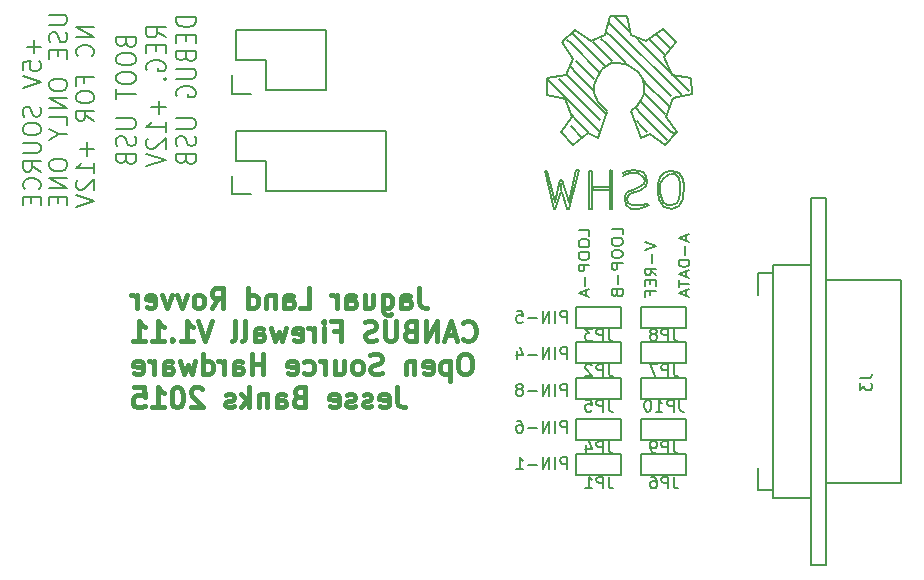
<source format=gbo>
G04 #@! TF.FileFunction,Legend,Bot*
%FSLAX46Y46*%
G04 Gerber Fmt 4.6, Leading zero omitted, Abs format (unit mm)*
G04 Created by KiCad (PCBNEW 4.0.0-rc1-stable) date 12/18/2015 1:35:38 PM*
%MOMM*%
G01*
G04 APERTURE LIST*
%ADD10C,0.100000*%
%ADD11C,0.150000*%
%ADD12C,0.425000*%
%ADD13C,0.162500*%
G04 APERTURE END LIST*
D10*
D11*
X91776190Y-137952381D02*
X91776190Y-136952381D01*
X91395237Y-136952381D01*
X91299999Y-137000000D01*
X91252380Y-137047619D01*
X91204761Y-137142857D01*
X91204761Y-137285714D01*
X91252380Y-137380952D01*
X91299999Y-137428571D01*
X91395237Y-137476190D01*
X91776190Y-137476190D01*
X90776190Y-137952381D02*
X90776190Y-136952381D01*
X90300000Y-137952381D02*
X90300000Y-136952381D01*
X89728571Y-137952381D01*
X89728571Y-136952381D01*
X89252381Y-137571429D02*
X88490476Y-137571429D01*
X87538095Y-136952381D02*
X88014286Y-136952381D01*
X88061905Y-137428571D01*
X88014286Y-137380952D01*
X87919048Y-137333333D01*
X87680952Y-137333333D01*
X87585714Y-137380952D01*
X87538095Y-137428571D01*
X87490476Y-137523810D01*
X87490476Y-137761905D01*
X87538095Y-137857143D01*
X87585714Y-137904762D01*
X87680952Y-137952381D01*
X87919048Y-137952381D01*
X88014286Y-137904762D01*
X88061905Y-137857143D01*
X91776190Y-141052381D02*
X91776190Y-140052381D01*
X91395237Y-140052381D01*
X91299999Y-140100000D01*
X91252380Y-140147619D01*
X91204761Y-140242857D01*
X91204761Y-140385714D01*
X91252380Y-140480952D01*
X91299999Y-140528571D01*
X91395237Y-140576190D01*
X91776190Y-140576190D01*
X90776190Y-141052381D02*
X90776190Y-140052381D01*
X90300000Y-141052381D02*
X90300000Y-140052381D01*
X89728571Y-141052381D01*
X89728571Y-140052381D01*
X89252381Y-140671429D02*
X88490476Y-140671429D01*
X87585714Y-140385714D02*
X87585714Y-141052381D01*
X87823810Y-140004762D02*
X88061905Y-140719048D01*
X87442857Y-140719048D01*
X91776190Y-144152381D02*
X91776190Y-143152381D01*
X91395237Y-143152381D01*
X91299999Y-143200000D01*
X91252380Y-143247619D01*
X91204761Y-143342857D01*
X91204761Y-143485714D01*
X91252380Y-143580952D01*
X91299999Y-143628571D01*
X91395237Y-143676190D01*
X91776190Y-143676190D01*
X90776190Y-144152381D02*
X90776190Y-143152381D01*
X90300000Y-144152381D02*
X90300000Y-143152381D01*
X89728571Y-144152381D01*
X89728571Y-143152381D01*
X89252381Y-143771429D02*
X88490476Y-143771429D01*
X87871429Y-143580952D02*
X87966667Y-143533333D01*
X88014286Y-143485714D01*
X88061905Y-143390476D01*
X88061905Y-143342857D01*
X88014286Y-143247619D01*
X87966667Y-143200000D01*
X87871429Y-143152381D01*
X87680952Y-143152381D01*
X87585714Y-143200000D01*
X87538095Y-143247619D01*
X87490476Y-143342857D01*
X87490476Y-143390476D01*
X87538095Y-143485714D01*
X87585714Y-143533333D01*
X87680952Y-143580952D01*
X87871429Y-143580952D01*
X87966667Y-143628571D01*
X88014286Y-143676190D01*
X88061905Y-143771429D01*
X88061905Y-143961905D01*
X88014286Y-144057143D01*
X87966667Y-144104762D01*
X87871429Y-144152381D01*
X87680952Y-144152381D01*
X87585714Y-144104762D01*
X87538095Y-144057143D01*
X87490476Y-143961905D01*
X87490476Y-143771429D01*
X87538095Y-143676190D01*
X87585714Y-143628571D01*
X87680952Y-143580952D01*
X91776190Y-147252381D02*
X91776190Y-146252381D01*
X91395237Y-146252381D01*
X91299999Y-146300000D01*
X91252380Y-146347619D01*
X91204761Y-146442857D01*
X91204761Y-146585714D01*
X91252380Y-146680952D01*
X91299999Y-146728571D01*
X91395237Y-146776190D01*
X91776190Y-146776190D01*
X90776190Y-147252381D02*
X90776190Y-146252381D01*
X90300000Y-147252381D02*
X90300000Y-146252381D01*
X89728571Y-147252381D01*
X89728571Y-146252381D01*
X89252381Y-146871429D02*
X88490476Y-146871429D01*
X87585714Y-146252381D02*
X87776191Y-146252381D01*
X87871429Y-146300000D01*
X87919048Y-146347619D01*
X88014286Y-146490476D01*
X88061905Y-146680952D01*
X88061905Y-147061905D01*
X88014286Y-147157143D01*
X87966667Y-147204762D01*
X87871429Y-147252381D01*
X87680952Y-147252381D01*
X87585714Y-147204762D01*
X87538095Y-147157143D01*
X87490476Y-147061905D01*
X87490476Y-146823810D01*
X87538095Y-146728571D01*
X87585714Y-146680952D01*
X87680952Y-146633333D01*
X87871429Y-146633333D01*
X87966667Y-146680952D01*
X88014286Y-146728571D01*
X88061905Y-146823810D01*
X91776190Y-150352381D02*
X91776190Y-149352381D01*
X91395237Y-149352381D01*
X91299999Y-149400000D01*
X91252380Y-149447619D01*
X91204761Y-149542857D01*
X91204761Y-149685714D01*
X91252380Y-149780952D01*
X91299999Y-149828571D01*
X91395237Y-149876190D01*
X91776190Y-149876190D01*
X90776190Y-150352381D02*
X90776190Y-149352381D01*
X90300000Y-150352381D02*
X90300000Y-149352381D01*
X89728571Y-150352381D01*
X89728571Y-149352381D01*
X89252381Y-149971429D02*
X88490476Y-149971429D01*
X87490476Y-150352381D02*
X88061905Y-150352381D01*
X87776191Y-150352381D02*
X87776191Y-149352381D01*
X87871429Y-149495238D01*
X87966667Y-149590476D01*
X88061905Y-149638095D01*
X93677143Y-130614286D02*
X93677143Y-130138095D01*
X92777143Y-130138095D01*
X92777143Y-131138095D02*
X92777143Y-131328572D01*
X92820000Y-131423810D01*
X92905714Y-131519048D01*
X93077143Y-131566667D01*
X93377143Y-131566667D01*
X93548571Y-131519048D01*
X93634286Y-131423810D01*
X93677143Y-131328572D01*
X93677143Y-131138095D01*
X93634286Y-131042857D01*
X93548571Y-130947619D01*
X93377143Y-130900000D01*
X93077143Y-130900000D01*
X92905714Y-130947619D01*
X92820000Y-131042857D01*
X92777143Y-131138095D01*
X92777143Y-132185714D02*
X92777143Y-132376191D01*
X92820000Y-132471429D01*
X92905714Y-132566667D01*
X93077143Y-132614286D01*
X93377143Y-132614286D01*
X93548571Y-132566667D01*
X93634286Y-132471429D01*
X93677143Y-132376191D01*
X93677143Y-132185714D01*
X93634286Y-132090476D01*
X93548571Y-131995238D01*
X93377143Y-131947619D01*
X93077143Y-131947619D01*
X92905714Y-131995238D01*
X92820000Y-132090476D01*
X92777143Y-132185714D01*
X93677143Y-133042857D02*
X92777143Y-133042857D01*
X92777143Y-133423810D01*
X92820000Y-133519048D01*
X92862857Y-133566667D01*
X92948571Y-133614286D01*
X93077143Y-133614286D01*
X93162857Y-133566667D01*
X93205714Y-133519048D01*
X93248571Y-133423810D01*
X93248571Y-133042857D01*
X93334286Y-134042857D02*
X93334286Y-134804762D01*
X93420000Y-135233333D02*
X93420000Y-135709524D01*
X93677143Y-135138095D02*
X92777143Y-135471428D01*
X93677143Y-135804762D01*
X96497143Y-130471429D02*
X96497143Y-129995238D01*
X95597143Y-129995238D01*
X95597143Y-130995238D02*
X95597143Y-131185715D01*
X95640000Y-131280953D01*
X95725714Y-131376191D01*
X95897143Y-131423810D01*
X96197143Y-131423810D01*
X96368571Y-131376191D01*
X96454286Y-131280953D01*
X96497143Y-131185715D01*
X96497143Y-130995238D01*
X96454286Y-130900000D01*
X96368571Y-130804762D01*
X96197143Y-130757143D01*
X95897143Y-130757143D01*
X95725714Y-130804762D01*
X95640000Y-130900000D01*
X95597143Y-130995238D01*
X95597143Y-132042857D02*
X95597143Y-132233334D01*
X95640000Y-132328572D01*
X95725714Y-132423810D01*
X95897143Y-132471429D01*
X96197143Y-132471429D01*
X96368571Y-132423810D01*
X96454286Y-132328572D01*
X96497143Y-132233334D01*
X96497143Y-132042857D01*
X96454286Y-131947619D01*
X96368571Y-131852381D01*
X96197143Y-131804762D01*
X95897143Y-131804762D01*
X95725714Y-131852381D01*
X95640000Y-131947619D01*
X95597143Y-132042857D01*
X96497143Y-132900000D02*
X95597143Y-132900000D01*
X95597143Y-133280953D01*
X95640000Y-133376191D01*
X95682857Y-133423810D01*
X95768571Y-133471429D01*
X95897143Y-133471429D01*
X95982857Y-133423810D01*
X96025714Y-133376191D01*
X96068571Y-133280953D01*
X96068571Y-132900000D01*
X96154286Y-133900000D02*
X96154286Y-134661905D01*
X96025714Y-135471429D02*
X96068571Y-135614286D01*
X96111429Y-135661905D01*
X96197143Y-135709524D01*
X96325714Y-135709524D01*
X96411429Y-135661905D01*
X96454286Y-135614286D01*
X96497143Y-135519048D01*
X96497143Y-135138095D01*
X95597143Y-135138095D01*
X95597143Y-135471429D01*
X95640000Y-135566667D01*
X95682857Y-135614286D01*
X95768571Y-135661905D01*
X95854286Y-135661905D01*
X95940000Y-135614286D01*
X95982857Y-135566667D01*
X96025714Y-135471429D01*
X96025714Y-135138095D01*
X98417143Y-131138095D02*
X99317143Y-131471428D01*
X98417143Y-131804762D01*
X98974286Y-132138095D02*
X98974286Y-132900000D01*
X99317143Y-133947619D02*
X98888571Y-133614285D01*
X99317143Y-133376190D02*
X98417143Y-133376190D01*
X98417143Y-133757143D01*
X98460000Y-133852381D01*
X98502857Y-133900000D01*
X98588571Y-133947619D01*
X98717143Y-133947619D01*
X98802857Y-133900000D01*
X98845714Y-133852381D01*
X98888571Y-133757143D01*
X98888571Y-133376190D01*
X98845714Y-134376190D02*
X98845714Y-134709524D01*
X99317143Y-134852381D02*
X99317143Y-134376190D01*
X98417143Y-134376190D01*
X98417143Y-134852381D01*
X98845714Y-135614286D02*
X98845714Y-135280952D01*
X99317143Y-135280952D02*
X98417143Y-135280952D01*
X98417143Y-135757143D01*
X101880000Y-130519047D02*
X101880000Y-130995238D01*
X102137143Y-130423809D02*
X101237143Y-130757142D01*
X102137143Y-131090476D01*
X101794286Y-131423809D02*
X101794286Y-132185714D01*
X102137143Y-132661904D02*
X101237143Y-132661904D01*
X101237143Y-132899999D01*
X101280000Y-133042857D01*
X101365714Y-133138095D01*
X101451429Y-133185714D01*
X101622857Y-133233333D01*
X101751429Y-133233333D01*
X101922857Y-133185714D01*
X102008571Y-133138095D01*
X102094286Y-133042857D01*
X102137143Y-132899999D01*
X102137143Y-132661904D01*
X101880000Y-133614285D02*
X101880000Y-134090476D01*
X102137143Y-133519047D02*
X101237143Y-133852380D01*
X102137143Y-134185714D01*
X101237143Y-134376190D02*
X101237143Y-134947619D01*
X102137143Y-134661904D02*
X101237143Y-134661904D01*
X101880000Y-135233333D02*
X101880000Y-135709524D01*
X102137143Y-135138095D02*
X101237143Y-135471428D01*
X102137143Y-135804762D01*
X46657143Y-114014286D02*
X46657143Y-115157143D01*
X47228571Y-114585714D02*
X46085714Y-114585714D01*
X45728571Y-116585715D02*
X45728571Y-115871429D01*
X46442857Y-115800000D01*
X46371429Y-115871429D01*
X46300000Y-116014286D01*
X46300000Y-116371429D01*
X46371429Y-116514286D01*
X46442857Y-116585715D01*
X46585714Y-116657143D01*
X46942857Y-116657143D01*
X47085714Y-116585715D01*
X47157143Y-116514286D01*
X47228571Y-116371429D01*
X47228571Y-116014286D01*
X47157143Y-115871429D01*
X47085714Y-115800000D01*
X45728571Y-117085714D02*
X47228571Y-117585714D01*
X45728571Y-118085714D01*
X47157143Y-119657142D02*
X47228571Y-119871428D01*
X47228571Y-120228571D01*
X47157143Y-120371428D01*
X47085714Y-120442857D01*
X46942857Y-120514285D01*
X46800000Y-120514285D01*
X46657143Y-120442857D01*
X46585714Y-120371428D01*
X46514286Y-120228571D01*
X46442857Y-119942857D01*
X46371429Y-119799999D01*
X46300000Y-119728571D01*
X46157143Y-119657142D01*
X46014286Y-119657142D01*
X45871429Y-119728571D01*
X45800000Y-119799999D01*
X45728571Y-119942857D01*
X45728571Y-120299999D01*
X45800000Y-120514285D01*
X45728571Y-121442856D02*
X45728571Y-121728570D01*
X45800000Y-121871428D01*
X45942857Y-122014285D01*
X46228571Y-122085713D01*
X46728571Y-122085713D01*
X47014286Y-122014285D01*
X47157143Y-121871428D01*
X47228571Y-121728570D01*
X47228571Y-121442856D01*
X47157143Y-121299999D01*
X47014286Y-121157142D01*
X46728571Y-121085713D01*
X46228571Y-121085713D01*
X45942857Y-121157142D01*
X45800000Y-121299999D01*
X45728571Y-121442856D01*
X45728571Y-122728571D02*
X46942857Y-122728571D01*
X47085714Y-122799999D01*
X47157143Y-122871428D01*
X47228571Y-123014285D01*
X47228571Y-123299999D01*
X47157143Y-123442857D01*
X47085714Y-123514285D01*
X46942857Y-123585714D01*
X45728571Y-123585714D01*
X47228571Y-125157143D02*
X46514286Y-124657143D01*
X47228571Y-124300000D02*
X45728571Y-124300000D01*
X45728571Y-124871428D01*
X45800000Y-125014286D01*
X45871429Y-125085714D01*
X46014286Y-125157143D01*
X46228571Y-125157143D01*
X46371429Y-125085714D01*
X46442857Y-125014286D01*
X46514286Y-124871428D01*
X46514286Y-124300000D01*
X47085714Y-126657143D02*
X47157143Y-126585714D01*
X47228571Y-126371428D01*
X47228571Y-126228571D01*
X47157143Y-126014286D01*
X47014286Y-125871428D01*
X46871429Y-125800000D01*
X46585714Y-125728571D01*
X46371429Y-125728571D01*
X46085714Y-125800000D01*
X45942857Y-125871428D01*
X45800000Y-126014286D01*
X45728571Y-126228571D01*
X45728571Y-126371428D01*
X45800000Y-126585714D01*
X45871429Y-126657143D01*
X46442857Y-127300000D02*
X46442857Y-127800000D01*
X47228571Y-128014286D02*
X47228571Y-127300000D01*
X45728571Y-127300000D01*
X45728571Y-128014286D01*
X47978571Y-111871427D02*
X49192857Y-111871427D01*
X49335714Y-111942855D01*
X49407143Y-112014284D01*
X49478571Y-112157141D01*
X49478571Y-112442855D01*
X49407143Y-112585713D01*
X49335714Y-112657141D01*
X49192857Y-112728570D01*
X47978571Y-112728570D01*
X49407143Y-113371427D02*
X49478571Y-113585713D01*
X49478571Y-113942856D01*
X49407143Y-114085713D01*
X49335714Y-114157142D01*
X49192857Y-114228570D01*
X49050000Y-114228570D01*
X48907143Y-114157142D01*
X48835714Y-114085713D01*
X48764286Y-113942856D01*
X48692857Y-113657142D01*
X48621429Y-113514284D01*
X48550000Y-113442856D01*
X48407143Y-113371427D01*
X48264286Y-113371427D01*
X48121429Y-113442856D01*
X48050000Y-113514284D01*
X47978571Y-113657142D01*
X47978571Y-114014284D01*
X48050000Y-114228570D01*
X48692857Y-114871427D02*
X48692857Y-115371427D01*
X49478571Y-115585713D02*
X49478571Y-114871427D01*
X47978571Y-114871427D01*
X47978571Y-115585713D01*
X47978571Y-117657141D02*
X47978571Y-117942855D01*
X48050000Y-118085713D01*
X48192857Y-118228570D01*
X48478571Y-118299998D01*
X48978571Y-118299998D01*
X49264286Y-118228570D01*
X49407143Y-118085713D01*
X49478571Y-117942855D01*
X49478571Y-117657141D01*
X49407143Y-117514284D01*
X49264286Y-117371427D01*
X48978571Y-117299998D01*
X48478571Y-117299998D01*
X48192857Y-117371427D01*
X48050000Y-117514284D01*
X47978571Y-117657141D01*
X49478571Y-118942856D02*
X47978571Y-118942856D01*
X49478571Y-119799999D01*
X47978571Y-119799999D01*
X49478571Y-121228571D02*
X49478571Y-120514285D01*
X47978571Y-120514285D01*
X48764286Y-122014285D02*
X49478571Y-122014285D01*
X47978571Y-121514285D02*
X48764286Y-122014285D01*
X47978571Y-122514285D01*
X47978571Y-124442856D02*
X47978571Y-124728570D01*
X48050000Y-124871428D01*
X48192857Y-125014285D01*
X48478571Y-125085713D01*
X48978571Y-125085713D01*
X49264286Y-125014285D01*
X49407143Y-124871428D01*
X49478571Y-124728570D01*
X49478571Y-124442856D01*
X49407143Y-124299999D01*
X49264286Y-124157142D01*
X48978571Y-124085713D01*
X48478571Y-124085713D01*
X48192857Y-124157142D01*
X48050000Y-124299999D01*
X47978571Y-124442856D01*
X49478571Y-125728571D02*
X47978571Y-125728571D01*
X49478571Y-126585714D01*
X47978571Y-126585714D01*
X48692857Y-127300000D02*
X48692857Y-127800000D01*
X49478571Y-128014286D02*
X49478571Y-127300000D01*
X47978571Y-127300000D01*
X47978571Y-128014286D01*
X51728571Y-112942858D02*
X50228571Y-112942858D01*
X51728571Y-113800001D01*
X50228571Y-113800001D01*
X51585714Y-115371430D02*
X51657143Y-115300001D01*
X51728571Y-115085715D01*
X51728571Y-114942858D01*
X51657143Y-114728573D01*
X51514286Y-114585715D01*
X51371429Y-114514287D01*
X51085714Y-114442858D01*
X50871429Y-114442858D01*
X50585714Y-114514287D01*
X50442857Y-114585715D01*
X50300000Y-114728573D01*
X50228571Y-114942858D01*
X50228571Y-115085715D01*
X50300000Y-115300001D01*
X50371429Y-115371430D01*
X50942857Y-117657144D02*
X50942857Y-117157144D01*
X51728571Y-117157144D02*
X50228571Y-117157144D01*
X50228571Y-117871430D01*
X50228571Y-118728572D02*
X50228571Y-119014286D01*
X50300000Y-119157144D01*
X50442857Y-119300001D01*
X50728571Y-119371429D01*
X51228571Y-119371429D01*
X51514286Y-119300001D01*
X51657143Y-119157144D01*
X51728571Y-119014286D01*
X51728571Y-118728572D01*
X51657143Y-118585715D01*
X51514286Y-118442858D01*
X51228571Y-118371429D01*
X50728571Y-118371429D01*
X50442857Y-118442858D01*
X50300000Y-118585715D01*
X50228571Y-118728572D01*
X51728571Y-120871430D02*
X51014286Y-120371430D01*
X51728571Y-120014287D02*
X50228571Y-120014287D01*
X50228571Y-120585715D01*
X50300000Y-120728573D01*
X50371429Y-120800001D01*
X50514286Y-120871430D01*
X50728571Y-120871430D01*
X50871429Y-120800001D01*
X50942857Y-120728573D01*
X51014286Y-120585715D01*
X51014286Y-120014287D01*
X51157143Y-122657144D02*
X51157143Y-123800001D01*
X51728571Y-123228572D02*
X50585714Y-123228572D01*
X51728571Y-125300001D02*
X51728571Y-124442858D01*
X51728571Y-124871430D02*
X50228571Y-124871430D01*
X50442857Y-124728573D01*
X50585714Y-124585715D01*
X50657143Y-124442858D01*
X50371429Y-125871429D02*
X50300000Y-125942858D01*
X50228571Y-126085715D01*
X50228571Y-126442858D01*
X50300000Y-126585715D01*
X50371429Y-126657144D01*
X50514286Y-126728572D01*
X50657143Y-126728572D01*
X50871429Y-126657144D01*
X51728571Y-125800001D01*
X51728571Y-126728572D01*
X50228571Y-127157143D02*
X51728571Y-127657143D01*
X50228571Y-128157143D01*
D12*
X79278569Y-135011548D02*
X79278569Y-136225833D01*
X79359521Y-136468690D01*
X79521426Y-136630595D01*
X79764283Y-136711548D01*
X79926188Y-136711548D01*
X77740474Y-136711548D02*
X77740474Y-135821071D01*
X77821426Y-135659167D01*
X77983331Y-135578214D01*
X78307140Y-135578214D01*
X78469045Y-135659167D01*
X77740474Y-136630595D02*
X77902378Y-136711548D01*
X78307140Y-136711548D01*
X78469045Y-136630595D01*
X78549997Y-136468690D01*
X78549997Y-136306786D01*
X78469045Y-136144881D01*
X78307140Y-136063929D01*
X77902378Y-136063929D01*
X77740474Y-135982976D01*
X76202379Y-135578214D02*
X76202379Y-136954405D01*
X76283331Y-137116310D01*
X76364283Y-137197262D01*
X76526188Y-137278214D01*
X76769045Y-137278214D01*
X76930950Y-137197262D01*
X76202379Y-136630595D02*
X76364283Y-136711548D01*
X76688093Y-136711548D01*
X76849998Y-136630595D01*
X76930950Y-136549643D01*
X77011902Y-136387738D01*
X77011902Y-135902024D01*
X76930950Y-135740119D01*
X76849998Y-135659167D01*
X76688093Y-135578214D01*
X76364283Y-135578214D01*
X76202379Y-135659167D01*
X74664284Y-135578214D02*
X74664284Y-136711548D01*
X75392855Y-135578214D02*
X75392855Y-136468690D01*
X75311903Y-136630595D01*
X75149998Y-136711548D01*
X74907141Y-136711548D01*
X74745236Y-136630595D01*
X74664284Y-136549643D01*
X73126189Y-136711548D02*
X73126189Y-135821071D01*
X73207141Y-135659167D01*
X73369046Y-135578214D01*
X73692855Y-135578214D01*
X73854760Y-135659167D01*
X73126189Y-136630595D02*
X73288093Y-136711548D01*
X73692855Y-136711548D01*
X73854760Y-136630595D01*
X73935712Y-136468690D01*
X73935712Y-136306786D01*
X73854760Y-136144881D01*
X73692855Y-136063929D01*
X73288093Y-136063929D01*
X73126189Y-135982976D01*
X72316665Y-136711548D02*
X72316665Y-135578214D01*
X72316665Y-135902024D02*
X72235713Y-135740119D01*
X72154760Y-135659167D01*
X71992856Y-135578214D01*
X71830951Y-135578214D01*
X69159522Y-136711548D02*
X69969046Y-136711548D01*
X69969046Y-135011548D01*
X67864285Y-136711548D02*
X67864285Y-135821071D01*
X67945237Y-135659167D01*
X68107142Y-135578214D01*
X68430951Y-135578214D01*
X68592856Y-135659167D01*
X67864285Y-136630595D02*
X68026189Y-136711548D01*
X68430951Y-136711548D01*
X68592856Y-136630595D01*
X68673808Y-136468690D01*
X68673808Y-136306786D01*
X68592856Y-136144881D01*
X68430951Y-136063929D01*
X68026189Y-136063929D01*
X67864285Y-135982976D01*
X67054761Y-135578214D02*
X67054761Y-136711548D01*
X67054761Y-135740119D02*
X66973809Y-135659167D01*
X66811904Y-135578214D01*
X66569047Y-135578214D01*
X66407142Y-135659167D01*
X66326190Y-135821071D01*
X66326190Y-136711548D01*
X64788095Y-136711548D02*
X64788095Y-135011548D01*
X64788095Y-136630595D02*
X64949999Y-136711548D01*
X65273809Y-136711548D01*
X65435714Y-136630595D01*
X65516666Y-136549643D01*
X65597618Y-136387738D01*
X65597618Y-135902024D01*
X65516666Y-135740119D01*
X65435714Y-135659167D01*
X65273809Y-135578214D01*
X64949999Y-135578214D01*
X64788095Y-135659167D01*
X61711905Y-136711548D02*
X62278571Y-135902024D01*
X62683333Y-136711548D02*
X62683333Y-135011548D01*
X62035714Y-135011548D01*
X61873809Y-135092500D01*
X61792857Y-135173452D01*
X61711905Y-135335357D01*
X61711905Y-135578214D01*
X61792857Y-135740119D01*
X61873809Y-135821071D01*
X62035714Y-135902024D01*
X62683333Y-135902024D01*
X60740476Y-136711548D02*
X60902381Y-136630595D01*
X60983333Y-136549643D01*
X61064285Y-136387738D01*
X61064285Y-135902024D01*
X60983333Y-135740119D01*
X60902381Y-135659167D01*
X60740476Y-135578214D01*
X60497619Y-135578214D01*
X60335714Y-135659167D01*
X60254762Y-135740119D01*
X60173809Y-135902024D01*
X60173809Y-136387738D01*
X60254762Y-136549643D01*
X60335714Y-136630595D01*
X60497619Y-136711548D01*
X60740476Y-136711548D01*
X59607143Y-135578214D02*
X59202381Y-136711548D01*
X58797619Y-135578214D01*
X58311905Y-135578214D02*
X57907143Y-136711548D01*
X57502381Y-135578214D01*
X56207143Y-136630595D02*
X56369048Y-136711548D01*
X56692857Y-136711548D01*
X56854762Y-136630595D01*
X56935714Y-136468690D01*
X56935714Y-135821071D01*
X56854762Y-135659167D01*
X56692857Y-135578214D01*
X56369048Y-135578214D01*
X56207143Y-135659167D01*
X56126191Y-135821071D01*
X56126191Y-135982976D01*
X56935714Y-136144881D01*
X55397619Y-136711548D02*
X55397619Y-135578214D01*
X55397619Y-135902024D02*
X55316667Y-135740119D01*
X55235714Y-135659167D01*
X55073810Y-135578214D01*
X54911905Y-135578214D01*
X83002382Y-139354643D02*
X83083334Y-139435595D01*
X83326191Y-139516548D01*
X83488096Y-139516548D01*
X83730953Y-139435595D01*
X83892858Y-139273690D01*
X83973810Y-139111786D01*
X84054762Y-138787976D01*
X84054762Y-138545119D01*
X83973810Y-138221310D01*
X83892858Y-138059405D01*
X83730953Y-137897500D01*
X83488096Y-137816548D01*
X83326191Y-137816548D01*
X83083334Y-137897500D01*
X83002382Y-137978452D01*
X82354762Y-139030833D02*
X81545239Y-139030833D01*
X82516667Y-139516548D02*
X81950001Y-137816548D01*
X81383334Y-139516548D01*
X80816667Y-139516548D02*
X80816667Y-137816548D01*
X79845239Y-139516548D01*
X79845239Y-137816548D01*
X78469048Y-138626071D02*
X78226191Y-138707024D01*
X78145239Y-138787976D01*
X78064287Y-138949881D01*
X78064287Y-139192738D01*
X78145239Y-139354643D01*
X78226191Y-139435595D01*
X78388096Y-139516548D01*
X79035715Y-139516548D01*
X79035715Y-137816548D01*
X78469048Y-137816548D01*
X78307144Y-137897500D01*
X78226191Y-137978452D01*
X78145239Y-138140357D01*
X78145239Y-138302262D01*
X78226191Y-138464167D01*
X78307144Y-138545119D01*
X78469048Y-138626071D01*
X79035715Y-138626071D01*
X77335715Y-137816548D02*
X77335715Y-139192738D01*
X77254763Y-139354643D01*
X77173810Y-139435595D01*
X77011906Y-139516548D01*
X76688096Y-139516548D01*
X76526191Y-139435595D01*
X76445239Y-139354643D01*
X76364287Y-139192738D01*
X76364287Y-137816548D01*
X75635715Y-139435595D02*
X75392858Y-139516548D01*
X74988096Y-139516548D01*
X74826192Y-139435595D01*
X74745239Y-139354643D01*
X74664287Y-139192738D01*
X74664287Y-139030833D01*
X74745239Y-138868929D01*
X74826192Y-138787976D01*
X74988096Y-138707024D01*
X75311906Y-138626071D01*
X75473811Y-138545119D01*
X75554763Y-138464167D01*
X75635715Y-138302262D01*
X75635715Y-138140357D01*
X75554763Y-137978452D01*
X75473811Y-137897500D01*
X75311906Y-137816548D01*
X74907144Y-137816548D01*
X74664287Y-137897500D01*
X72073810Y-138626071D02*
X72640477Y-138626071D01*
X72640477Y-139516548D02*
X72640477Y-137816548D01*
X71830953Y-137816548D01*
X71183334Y-139516548D02*
X71183334Y-138383214D01*
X71183334Y-137816548D02*
X71264286Y-137897500D01*
X71183334Y-137978452D01*
X71102382Y-137897500D01*
X71183334Y-137816548D01*
X71183334Y-137978452D01*
X70373810Y-139516548D02*
X70373810Y-138383214D01*
X70373810Y-138707024D02*
X70292858Y-138545119D01*
X70211905Y-138464167D01*
X70050001Y-138383214D01*
X69888096Y-138383214D01*
X68673810Y-139435595D02*
X68835715Y-139516548D01*
X69159524Y-139516548D01*
X69321429Y-139435595D01*
X69402381Y-139273690D01*
X69402381Y-138626071D01*
X69321429Y-138464167D01*
X69159524Y-138383214D01*
X68835715Y-138383214D01*
X68673810Y-138464167D01*
X68592858Y-138626071D01*
X68592858Y-138787976D01*
X69402381Y-138949881D01*
X68026191Y-138383214D02*
X67702381Y-139516548D01*
X67378572Y-138707024D01*
X67054762Y-139516548D01*
X66730953Y-138383214D01*
X65354763Y-139516548D02*
X65354763Y-138626071D01*
X65435715Y-138464167D01*
X65597620Y-138383214D01*
X65921429Y-138383214D01*
X66083334Y-138464167D01*
X65354763Y-139435595D02*
X65516667Y-139516548D01*
X65921429Y-139516548D01*
X66083334Y-139435595D01*
X66164286Y-139273690D01*
X66164286Y-139111786D01*
X66083334Y-138949881D01*
X65921429Y-138868929D01*
X65516667Y-138868929D01*
X65354763Y-138787976D01*
X64302382Y-139516548D02*
X64464287Y-139435595D01*
X64545239Y-139273690D01*
X64545239Y-137816548D01*
X63411906Y-139516548D02*
X63573811Y-139435595D01*
X63654763Y-139273690D01*
X63654763Y-137816548D01*
X61711906Y-137816548D02*
X61145240Y-139516548D01*
X60578573Y-137816548D01*
X59121430Y-139516548D02*
X60092858Y-139516548D01*
X59607144Y-139516548D02*
X59607144Y-137816548D01*
X59769049Y-138059405D01*
X59930954Y-138221310D01*
X60092858Y-138302262D01*
X58392858Y-139354643D02*
X58311906Y-139435595D01*
X58392858Y-139516548D01*
X58473810Y-139435595D01*
X58392858Y-139354643D01*
X58392858Y-139516548D01*
X56692858Y-139516548D02*
X57664286Y-139516548D01*
X57178572Y-139516548D02*
X57178572Y-137816548D01*
X57340477Y-138059405D01*
X57502382Y-138221310D01*
X57664286Y-138302262D01*
X55073810Y-139516548D02*
X56045238Y-139516548D01*
X55559524Y-139516548D02*
X55559524Y-137816548D01*
X55721429Y-138059405D01*
X55883334Y-138221310D01*
X56045238Y-138302262D01*
X83326189Y-140621548D02*
X83002379Y-140621548D01*
X82840474Y-140702500D01*
X82678570Y-140864405D01*
X82597617Y-141188214D01*
X82597617Y-141754881D01*
X82678570Y-142078690D01*
X82840474Y-142240595D01*
X83002379Y-142321548D01*
X83326189Y-142321548D01*
X83488093Y-142240595D01*
X83649998Y-142078690D01*
X83730950Y-141754881D01*
X83730950Y-141188214D01*
X83649998Y-140864405D01*
X83488093Y-140702500D01*
X83326189Y-140621548D01*
X81869046Y-141188214D02*
X81869046Y-142888214D01*
X81869046Y-141269167D02*
X81707141Y-141188214D01*
X81383332Y-141188214D01*
X81221427Y-141269167D01*
X81140475Y-141350119D01*
X81059522Y-141512024D01*
X81059522Y-141997738D01*
X81140475Y-142159643D01*
X81221427Y-142240595D01*
X81383332Y-142321548D01*
X81707141Y-142321548D01*
X81869046Y-142240595D01*
X79683332Y-142240595D02*
X79845237Y-142321548D01*
X80169046Y-142321548D01*
X80330951Y-142240595D01*
X80411903Y-142078690D01*
X80411903Y-141431071D01*
X80330951Y-141269167D01*
X80169046Y-141188214D01*
X79845237Y-141188214D01*
X79683332Y-141269167D01*
X79602380Y-141431071D01*
X79602380Y-141592976D01*
X80411903Y-141754881D01*
X78873808Y-141188214D02*
X78873808Y-142321548D01*
X78873808Y-141350119D02*
X78792856Y-141269167D01*
X78630951Y-141188214D01*
X78388094Y-141188214D01*
X78226189Y-141269167D01*
X78145237Y-141431071D01*
X78145237Y-142321548D01*
X76121427Y-142240595D02*
X75878570Y-142321548D01*
X75473808Y-142321548D01*
X75311904Y-142240595D01*
X75230951Y-142159643D01*
X75149999Y-141997738D01*
X75149999Y-141835833D01*
X75230951Y-141673929D01*
X75311904Y-141592976D01*
X75473808Y-141512024D01*
X75797618Y-141431071D01*
X75959523Y-141350119D01*
X76040475Y-141269167D01*
X76121427Y-141107262D01*
X76121427Y-140945357D01*
X76040475Y-140783452D01*
X75959523Y-140702500D01*
X75797618Y-140621548D01*
X75392856Y-140621548D01*
X75149999Y-140702500D01*
X74178570Y-142321548D02*
X74340475Y-142240595D01*
X74421427Y-142159643D01*
X74502379Y-141997738D01*
X74502379Y-141512024D01*
X74421427Y-141350119D01*
X74340475Y-141269167D01*
X74178570Y-141188214D01*
X73935713Y-141188214D01*
X73773808Y-141269167D01*
X73692856Y-141350119D01*
X73611903Y-141512024D01*
X73611903Y-141997738D01*
X73692856Y-142159643D01*
X73773808Y-142240595D01*
X73935713Y-142321548D01*
X74178570Y-142321548D01*
X72154761Y-141188214D02*
X72154761Y-142321548D01*
X72883332Y-141188214D02*
X72883332Y-142078690D01*
X72802380Y-142240595D01*
X72640475Y-142321548D01*
X72397618Y-142321548D01*
X72235713Y-142240595D01*
X72154761Y-142159643D01*
X71345237Y-142321548D02*
X71345237Y-141188214D01*
X71345237Y-141512024D02*
X71264285Y-141350119D01*
X71183332Y-141269167D01*
X71021428Y-141188214D01*
X70859523Y-141188214D01*
X69564285Y-142240595D02*
X69726189Y-142321548D01*
X70049999Y-142321548D01*
X70211904Y-142240595D01*
X70292856Y-142159643D01*
X70373808Y-141997738D01*
X70373808Y-141512024D01*
X70292856Y-141350119D01*
X70211904Y-141269167D01*
X70049999Y-141188214D01*
X69726189Y-141188214D01*
X69564285Y-141269167D01*
X68188094Y-142240595D02*
X68349999Y-142321548D01*
X68673808Y-142321548D01*
X68835713Y-142240595D01*
X68916665Y-142078690D01*
X68916665Y-141431071D01*
X68835713Y-141269167D01*
X68673808Y-141188214D01*
X68349999Y-141188214D01*
X68188094Y-141269167D01*
X68107142Y-141431071D01*
X68107142Y-141592976D01*
X68916665Y-141754881D01*
X66083332Y-142321548D02*
X66083332Y-140621548D01*
X66083332Y-141431071D02*
X65111904Y-141431071D01*
X65111904Y-142321548D02*
X65111904Y-140621548D01*
X63573809Y-142321548D02*
X63573809Y-141431071D01*
X63654761Y-141269167D01*
X63816666Y-141188214D01*
X64140475Y-141188214D01*
X64302380Y-141269167D01*
X63573809Y-142240595D02*
X63735713Y-142321548D01*
X64140475Y-142321548D01*
X64302380Y-142240595D01*
X64383332Y-142078690D01*
X64383332Y-141916786D01*
X64302380Y-141754881D01*
X64140475Y-141673929D01*
X63735713Y-141673929D01*
X63573809Y-141592976D01*
X62764285Y-142321548D02*
X62764285Y-141188214D01*
X62764285Y-141512024D02*
X62683333Y-141350119D01*
X62602380Y-141269167D01*
X62440476Y-141188214D01*
X62278571Y-141188214D01*
X60983333Y-142321548D02*
X60983333Y-140621548D01*
X60983333Y-142240595D02*
X61145237Y-142321548D01*
X61469047Y-142321548D01*
X61630952Y-142240595D01*
X61711904Y-142159643D01*
X61792856Y-141997738D01*
X61792856Y-141512024D01*
X61711904Y-141350119D01*
X61630952Y-141269167D01*
X61469047Y-141188214D01*
X61145237Y-141188214D01*
X60983333Y-141269167D01*
X60335714Y-141188214D02*
X60011904Y-142321548D01*
X59688095Y-141512024D01*
X59364285Y-142321548D01*
X59040476Y-141188214D01*
X57664286Y-142321548D02*
X57664286Y-141431071D01*
X57745238Y-141269167D01*
X57907143Y-141188214D01*
X58230952Y-141188214D01*
X58392857Y-141269167D01*
X57664286Y-142240595D02*
X57826190Y-142321548D01*
X58230952Y-142321548D01*
X58392857Y-142240595D01*
X58473809Y-142078690D01*
X58473809Y-141916786D01*
X58392857Y-141754881D01*
X58230952Y-141673929D01*
X57826190Y-141673929D01*
X57664286Y-141592976D01*
X56854762Y-142321548D02*
X56854762Y-141188214D01*
X56854762Y-141512024D02*
X56773810Y-141350119D01*
X56692857Y-141269167D01*
X56530953Y-141188214D01*
X56369048Y-141188214D01*
X55154762Y-142240595D02*
X55316667Y-142321548D01*
X55640476Y-142321548D01*
X55802381Y-142240595D01*
X55883333Y-142078690D01*
X55883333Y-141431071D01*
X55802381Y-141269167D01*
X55640476Y-141188214D01*
X55316667Y-141188214D01*
X55154762Y-141269167D01*
X55073810Y-141431071D01*
X55073810Y-141592976D01*
X55883333Y-141754881D01*
X77416666Y-143426548D02*
X77416666Y-144640833D01*
X77497618Y-144883690D01*
X77659523Y-145045595D01*
X77902380Y-145126548D01*
X78064285Y-145126548D01*
X75959523Y-145045595D02*
X76121428Y-145126548D01*
X76445237Y-145126548D01*
X76607142Y-145045595D01*
X76688094Y-144883690D01*
X76688094Y-144236071D01*
X76607142Y-144074167D01*
X76445237Y-143993214D01*
X76121428Y-143993214D01*
X75959523Y-144074167D01*
X75878571Y-144236071D01*
X75878571Y-144397976D01*
X76688094Y-144559881D01*
X75230951Y-145045595D02*
X75069047Y-145126548D01*
X74745237Y-145126548D01*
X74583332Y-145045595D01*
X74502380Y-144883690D01*
X74502380Y-144802738D01*
X74583332Y-144640833D01*
X74745237Y-144559881D01*
X74988094Y-144559881D01*
X75149999Y-144478929D01*
X75230951Y-144317024D01*
X75230951Y-144236071D01*
X75149999Y-144074167D01*
X74988094Y-143993214D01*
X74745237Y-143993214D01*
X74583332Y-144074167D01*
X73854761Y-145045595D02*
X73692857Y-145126548D01*
X73369047Y-145126548D01*
X73207142Y-145045595D01*
X73126190Y-144883690D01*
X73126190Y-144802738D01*
X73207142Y-144640833D01*
X73369047Y-144559881D01*
X73611904Y-144559881D01*
X73773809Y-144478929D01*
X73854761Y-144317024D01*
X73854761Y-144236071D01*
X73773809Y-144074167D01*
X73611904Y-143993214D01*
X73369047Y-143993214D01*
X73207142Y-144074167D01*
X71750000Y-145045595D02*
X71911905Y-145126548D01*
X72235714Y-145126548D01*
X72397619Y-145045595D01*
X72478571Y-144883690D01*
X72478571Y-144236071D01*
X72397619Y-144074167D01*
X72235714Y-143993214D01*
X71911905Y-143993214D01*
X71750000Y-144074167D01*
X71669048Y-144236071D01*
X71669048Y-144397976D01*
X72478571Y-144559881D01*
X69078571Y-144236071D02*
X68835714Y-144317024D01*
X68754762Y-144397976D01*
X68673810Y-144559881D01*
X68673810Y-144802738D01*
X68754762Y-144964643D01*
X68835714Y-145045595D01*
X68997619Y-145126548D01*
X69645238Y-145126548D01*
X69645238Y-143426548D01*
X69078571Y-143426548D01*
X68916667Y-143507500D01*
X68835714Y-143588452D01*
X68754762Y-143750357D01*
X68754762Y-143912262D01*
X68835714Y-144074167D01*
X68916667Y-144155119D01*
X69078571Y-144236071D01*
X69645238Y-144236071D01*
X67216667Y-145126548D02*
X67216667Y-144236071D01*
X67297619Y-144074167D01*
X67459524Y-143993214D01*
X67783333Y-143993214D01*
X67945238Y-144074167D01*
X67216667Y-145045595D02*
X67378571Y-145126548D01*
X67783333Y-145126548D01*
X67945238Y-145045595D01*
X68026190Y-144883690D01*
X68026190Y-144721786D01*
X67945238Y-144559881D01*
X67783333Y-144478929D01*
X67378571Y-144478929D01*
X67216667Y-144397976D01*
X66407143Y-143993214D02*
X66407143Y-145126548D01*
X66407143Y-144155119D02*
X66326191Y-144074167D01*
X66164286Y-143993214D01*
X65921429Y-143993214D01*
X65759524Y-144074167D01*
X65678572Y-144236071D01*
X65678572Y-145126548D01*
X64869048Y-145126548D02*
X64869048Y-143426548D01*
X64707143Y-144478929D02*
X64221429Y-145126548D01*
X64221429Y-143993214D02*
X64869048Y-144640833D01*
X63573810Y-145045595D02*
X63411906Y-145126548D01*
X63088096Y-145126548D01*
X62926191Y-145045595D01*
X62845239Y-144883690D01*
X62845239Y-144802738D01*
X62926191Y-144640833D01*
X63088096Y-144559881D01*
X63330953Y-144559881D01*
X63492858Y-144478929D01*
X63573810Y-144317024D01*
X63573810Y-144236071D01*
X63492858Y-144074167D01*
X63330953Y-143993214D01*
X63088096Y-143993214D01*
X62926191Y-144074167D01*
X60902382Y-143588452D02*
X60821430Y-143507500D01*
X60659525Y-143426548D01*
X60254763Y-143426548D01*
X60092859Y-143507500D01*
X60011906Y-143588452D01*
X59930954Y-143750357D01*
X59930954Y-143912262D01*
X60011906Y-144155119D01*
X60983335Y-145126548D01*
X59930954Y-145126548D01*
X58878573Y-143426548D02*
X58716668Y-143426548D01*
X58554763Y-143507500D01*
X58473811Y-143588452D01*
X58392858Y-143750357D01*
X58311906Y-144074167D01*
X58311906Y-144478929D01*
X58392858Y-144802738D01*
X58473811Y-144964643D01*
X58554763Y-145045595D01*
X58716668Y-145126548D01*
X58878573Y-145126548D01*
X59040477Y-145045595D01*
X59121430Y-144964643D01*
X59202382Y-144802738D01*
X59283334Y-144478929D01*
X59283334Y-144074167D01*
X59202382Y-143750357D01*
X59121430Y-143588452D01*
X59040477Y-143507500D01*
X58878573Y-143426548D01*
X56692858Y-145126548D02*
X57664286Y-145126548D01*
X57178572Y-145126548D02*
X57178572Y-143426548D01*
X57340477Y-143669405D01*
X57502382Y-143831310D01*
X57664286Y-143912262D01*
X55154762Y-143426548D02*
X55964286Y-143426548D01*
X56045238Y-144236071D01*
X55964286Y-144155119D01*
X55802381Y-144074167D01*
X55397619Y-144074167D01*
X55235715Y-144155119D01*
X55154762Y-144236071D01*
X55073810Y-144397976D01*
X55073810Y-144802738D01*
X55154762Y-144964643D01*
X55235715Y-145045595D01*
X55397619Y-145126548D01*
X55802381Y-145126548D01*
X55964286Y-145045595D01*
X56045238Y-144964643D01*
D13*
X54436071Y-114228571D02*
X54517024Y-114442857D01*
X54597976Y-114514285D01*
X54759881Y-114585714D01*
X55002738Y-114585714D01*
X55164643Y-114514285D01*
X55245595Y-114442857D01*
X55326548Y-114299999D01*
X55326548Y-113728571D01*
X53626548Y-113728571D01*
X53626548Y-114228571D01*
X53707500Y-114371428D01*
X53788452Y-114442857D01*
X53950357Y-114514285D01*
X54112262Y-114514285D01*
X54274167Y-114442857D01*
X54355119Y-114371428D01*
X54436071Y-114228571D01*
X54436071Y-113728571D01*
X53626548Y-115514285D02*
X53626548Y-115799999D01*
X53707500Y-115942857D01*
X53869405Y-116085714D01*
X54193214Y-116157142D01*
X54759881Y-116157142D01*
X55083690Y-116085714D01*
X55245595Y-115942857D01*
X55326548Y-115799999D01*
X55326548Y-115514285D01*
X55245595Y-115371428D01*
X55083690Y-115228571D01*
X54759881Y-115157142D01*
X54193214Y-115157142D01*
X53869405Y-115228571D01*
X53707500Y-115371428D01*
X53626548Y-115514285D01*
X53626548Y-117085714D02*
X53626548Y-117371428D01*
X53707500Y-117514286D01*
X53869405Y-117657143D01*
X54193214Y-117728571D01*
X54759881Y-117728571D01*
X55083690Y-117657143D01*
X55245595Y-117514286D01*
X55326548Y-117371428D01*
X55326548Y-117085714D01*
X55245595Y-116942857D01*
X55083690Y-116800000D01*
X54759881Y-116728571D01*
X54193214Y-116728571D01*
X53869405Y-116800000D01*
X53707500Y-116942857D01*
X53626548Y-117085714D01*
X53626548Y-118157143D02*
X53626548Y-119014286D01*
X55326548Y-118585715D02*
X53626548Y-118585715D01*
X53626548Y-120657143D02*
X55002738Y-120657143D01*
X55164643Y-120728571D01*
X55245595Y-120800000D01*
X55326548Y-120942857D01*
X55326548Y-121228571D01*
X55245595Y-121371429D01*
X55164643Y-121442857D01*
X55002738Y-121514286D01*
X53626548Y-121514286D01*
X55245595Y-122157143D02*
X55326548Y-122371429D01*
X55326548Y-122728572D01*
X55245595Y-122871429D01*
X55164643Y-122942858D01*
X55002738Y-123014286D01*
X54840833Y-123014286D01*
X54678929Y-122942858D01*
X54597976Y-122871429D01*
X54517024Y-122728572D01*
X54436071Y-122442858D01*
X54355119Y-122300000D01*
X54274167Y-122228572D01*
X54112262Y-122157143D01*
X53950357Y-122157143D01*
X53788452Y-122228572D01*
X53707500Y-122300000D01*
X53626548Y-122442858D01*
X53626548Y-122800000D01*
X53707500Y-123014286D01*
X54436071Y-124157143D02*
X54517024Y-124371429D01*
X54597976Y-124442857D01*
X54759881Y-124514286D01*
X55002738Y-124514286D01*
X55164643Y-124442857D01*
X55245595Y-124371429D01*
X55326548Y-124228571D01*
X55326548Y-123657143D01*
X53626548Y-123657143D01*
X53626548Y-124157143D01*
X53707500Y-124300000D01*
X53788452Y-124371429D01*
X53950357Y-124442857D01*
X54112262Y-124442857D01*
X54274167Y-124371429D01*
X54355119Y-124300000D01*
X54436071Y-124157143D01*
X54436071Y-123657143D01*
X57869048Y-113800001D02*
X57059524Y-113300001D01*
X57869048Y-112942858D02*
X56169048Y-112942858D01*
X56169048Y-113514286D01*
X56250000Y-113657144D01*
X56330952Y-113728572D01*
X56492857Y-113800001D01*
X56735714Y-113800001D01*
X56897619Y-113728572D01*
X56978571Y-113657144D01*
X57059524Y-113514286D01*
X57059524Y-112942858D01*
X56978571Y-114442858D02*
X56978571Y-114942858D01*
X57869048Y-115157144D02*
X57869048Y-114442858D01*
X56169048Y-114442858D01*
X56169048Y-115157144D01*
X56250000Y-116585715D02*
X56169048Y-116442858D01*
X56169048Y-116228572D01*
X56250000Y-116014287D01*
X56411905Y-115871429D01*
X56573810Y-115800001D01*
X56897619Y-115728572D01*
X57140476Y-115728572D01*
X57464286Y-115800001D01*
X57626190Y-115871429D01*
X57788095Y-116014287D01*
X57869048Y-116228572D01*
X57869048Y-116371429D01*
X57788095Y-116585715D01*
X57707143Y-116657144D01*
X57140476Y-116657144D01*
X57140476Y-116371429D01*
X57707143Y-117300001D02*
X57788095Y-117371429D01*
X57869048Y-117300001D01*
X57788095Y-117228572D01*
X57707143Y-117300001D01*
X57869048Y-117300001D01*
X57221429Y-119157144D02*
X57221429Y-120300001D01*
X57869048Y-119728572D02*
X56573810Y-119728572D01*
X57869048Y-121800001D02*
X57869048Y-120942858D01*
X57869048Y-121371430D02*
X56169048Y-121371430D01*
X56411905Y-121228573D01*
X56573810Y-121085715D01*
X56654762Y-120942858D01*
X56330952Y-122371429D02*
X56250000Y-122442858D01*
X56169048Y-122585715D01*
X56169048Y-122942858D01*
X56250000Y-123085715D01*
X56330952Y-123157144D01*
X56492857Y-123228572D01*
X56654762Y-123228572D01*
X56897619Y-123157144D01*
X57869048Y-122300001D01*
X57869048Y-123228572D01*
X56169048Y-123657143D02*
X57869048Y-124157143D01*
X56169048Y-124657143D01*
X60411548Y-112085714D02*
X58711548Y-112085714D01*
X58711548Y-112442857D01*
X58792500Y-112657142D01*
X58954405Y-112800000D01*
X59116310Y-112871428D01*
X59440119Y-112942857D01*
X59682976Y-112942857D01*
X60006786Y-112871428D01*
X60168690Y-112800000D01*
X60330595Y-112657142D01*
X60411548Y-112442857D01*
X60411548Y-112085714D01*
X59521071Y-113585714D02*
X59521071Y-114085714D01*
X60411548Y-114300000D02*
X60411548Y-113585714D01*
X58711548Y-113585714D01*
X58711548Y-114300000D01*
X59521071Y-115442857D02*
X59602024Y-115657143D01*
X59682976Y-115728571D01*
X59844881Y-115800000D01*
X60087738Y-115800000D01*
X60249643Y-115728571D01*
X60330595Y-115657143D01*
X60411548Y-115514285D01*
X60411548Y-114942857D01*
X58711548Y-114942857D01*
X58711548Y-115442857D01*
X58792500Y-115585714D01*
X58873452Y-115657143D01*
X59035357Y-115728571D01*
X59197262Y-115728571D01*
X59359167Y-115657143D01*
X59440119Y-115585714D01*
X59521071Y-115442857D01*
X59521071Y-114942857D01*
X58711548Y-116442857D02*
X60087738Y-116442857D01*
X60249643Y-116514285D01*
X60330595Y-116585714D01*
X60411548Y-116728571D01*
X60411548Y-117014285D01*
X60330595Y-117157143D01*
X60249643Y-117228571D01*
X60087738Y-117300000D01*
X58711548Y-117300000D01*
X58792500Y-118800000D02*
X58711548Y-118657143D01*
X58711548Y-118442857D01*
X58792500Y-118228572D01*
X58954405Y-118085714D01*
X59116310Y-118014286D01*
X59440119Y-117942857D01*
X59682976Y-117942857D01*
X60006786Y-118014286D01*
X60168690Y-118085714D01*
X60330595Y-118228572D01*
X60411548Y-118442857D01*
X60411548Y-118585714D01*
X60330595Y-118800000D01*
X60249643Y-118871429D01*
X59682976Y-118871429D01*
X59682976Y-118585714D01*
X58711548Y-120657143D02*
X60087738Y-120657143D01*
X60249643Y-120728571D01*
X60330595Y-120800000D01*
X60411548Y-120942857D01*
X60411548Y-121228571D01*
X60330595Y-121371429D01*
X60249643Y-121442857D01*
X60087738Y-121514286D01*
X58711548Y-121514286D01*
X60330595Y-122157143D02*
X60411548Y-122371429D01*
X60411548Y-122728572D01*
X60330595Y-122871429D01*
X60249643Y-122942858D01*
X60087738Y-123014286D01*
X59925833Y-123014286D01*
X59763929Y-122942858D01*
X59682976Y-122871429D01*
X59602024Y-122728572D01*
X59521071Y-122442858D01*
X59440119Y-122300000D01*
X59359167Y-122228572D01*
X59197262Y-122157143D01*
X59035357Y-122157143D01*
X58873452Y-122228572D01*
X58792500Y-122300000D01*
X58711548Y-122442858D01*
X58711548Y-122800000D01*
X58792500Y-123014286D01*
X59521071Y-124157143D02*
X59602024Y-124371429D01*
X59682976Y-124442857D01*
X59844881Y-124514286D01*
X60087738Y-124514286D01*
X60249643Y-124442857D01*
X60330595Y-124371429D01*
X60411548Y-124228571D01*
X60411548Y-123657143D01*
X58711548Y-123657143D01*
X58711548Y-124157143D01*
X58792500Y-124300000D01*
X58873452Y-124371429D01*
X59035357Y-124442857D01*
X59197262Y-124442857D01*
X59359167Y-124371429D01*
X59440119Y-124300000D01*
X59521071Y-124157143D01*
X59521071Y-123657143D01*
D11*
X63730000Y-121690000D02*
X76430000Y-121690000D01*
X76430000Y-121690000D02*
X76430000Y-126770000D01*
X76430000Y-126770000D02*
X66270000Y-126770000D01*
X63730000Y-121690000D02*
X63730000Y-124230000D01*
X65000000Y-127050000D02*
X63450000Y-127050000D01*
X63730000Y-124230000D02*
X66270000Y-124230000D01*
X66270000Y-124230000D02*
X66270000Y-126770000D01*
X63450000Y-127050000D02*
X63450000Y-125500000D01*
X71350000Y-118270000D02*
X66270000Y-118270000D01*
X63450000Y-118550000D02*
X65000000Y-118550000D01*
X63730000Y-115730000D02*
X66270000Y-115730000D01*
X66270000Y-115730000D02*
X66270000Y-118270000D01*
X71350000Y-118270000D02*
X71350000Y-113190000D01*
X71350000Y-113190000D02*
X66270000Y-113190000D01*
X63450000Y-118550000D02*
X63450000Y-117000000D01*
X63730000Y-113190000D02*
X63730000Y-115730000D01*
X66270000Y-113190000D02*
X63730000Y-113190000D01*
X120065000Y-151509000D02*
X120065000Y-134364000D01*
X109270000Y-133729000D02*
X109270000Y-152144000D01*
X109270000Y-133094000D02*
X109270000Y-133729000D01*
X112445000Y-133094000D02*
X112445000Y-152779000D01*
X112445000Y-127379000D02*
X112445000Y-133094000D01*
X113715000Y-158494000D02*
X113715000Y-127379000D01*
X113715000Y-134364000D02*
X120065000Y-134364000D01*
X112445000Y-127379000D02*
X113715000Y-127379000D01*
X109270000Y-133094000D02*
X112445000Y-133094000D01*
X108000000Y-135634000D02*
X108000000Y-133729000D01*
X108000000Y-133729000D02*
X109270000Y-133729000D01*
X113715000Y-151509000D02*
X120065000Y-151509000D01*
X112445000Y-152779000D02*
X112445000Y-158494000D01*
X112445000Y-158494000D02*
X113715000Y-158494000D01*
X109270000Y-152144000D02*
X109270000Y-152779000D01*
X109270000Y-152779000D02*
X112445000Y-152779000D01*
X108000000Y-150239000D02*
X108000000Y-152144000D01*
X108000000Y-152144000D02*
X109270000Y-152144000D01*
X95599620Y-112800480D02*
X101500040Y-118700900D01*
X101200320Y-117400420D02*
X100699940Y-116900040D01*
X96600380Y-115800220D02*
X96900100Y-116099940D01*
X98599360Y-118799960D02*
X98401240Y-118599300D01*
X99600120Y-113801240D02*
X99399460Y-113600580D01*
X100100500Y-114299080D02*
X100499280Y-114700400D01*
X99099740Y-114299080D02*
X98800020Y-113999360D01*
X98098980Y-114299080D02*
X97601140Y-113801240D01*
X96100000Y-112300100D02*
X95899340Y-112099440D01*
X95599620Y-112800480D02*
X95299900Y-112500760D01*
X95599620Y-113801240D02*
X95099240Y-113300860D01*
X94101020Y-114299080D02*
X93999420Y-114200020D01*
X95099240Y-114299080D02*
X94700460Y-113900300D01*
X92599880Y-113801240D02*
X92300160Y-113498980D01*
X92099500Y-114299080D02*
X91799780Y-113999360D01*
X100100500Y-119300340D02*
X100400220Y-119600060D01*
X98599360Y-117799200D02*
X98299640Y-117499480D01*
X100699940Y-121799700D02*
X100900600Y-122000360D01*
X98599360Y-119800720D02*
X98098980Y-119300340D01*
X100100500Y-122300080D02*
X100301160Y-122500740D01*
X98098980Y-120301100D02*
X97601140Y-119800720D01*
X98098980Y-121299320D02*
X97700200Y-120900540D01*
X92599880Y-116800980D02*
X92099500Y-116300600D01*
X92099500Y-117298820D02*
X91799780Y-116999100D01*
X92599880Y-120798940D02*
X92201100Y-120400160D01*
X90600900Y-117799200D02*
X90199580Y-117400420D01*
X92099500Y-121299320D02*
X93100260Y-122300080D01*
X92599880Y-120798940D02*
X93600640Y-121799700D01*
X90600900Y-117799200D02*
X94598860Y-121799700D01*
X91098740Y-117298820D02*
X94598860Y-120798940D01*
X92099500Y-117298820D02*
X95099240Y-120301100D01*
X98098980Y-121299320D02*
X98599360Y-121799700D01*
X98098980Y-120301100D02*
X100100500Y-122300080D01*
X98599360Y-119800720D02*
X100600880Y-121799700D01*
X98599360Y-118799960D02*
X100100500Y-120301100D01*
X98599360Y-117799200D02*
X100100500Y-119300340D01*
X96100000Y-112300100D02*
X97100760Y-113300860D01*
X99600120Y-113801240D02*
X100100500Y-114299080D01*
X99099740Y-114299080D02*
X100100500Y-115299840D01*
X101101260Y-117298820D02*
X102099480Y-118299580D01*
X98098980Y-114299080D02*
X100600880Y-116800980D01*
X95599620Y-113801240D02*
X100600880Y-118799960D01*
X92599880Y-116800980D02*
X94101020Y-118299580D01*
X92599880Y-115800220D02*
X94101020Y-117298820D01*
X95099240Y-114299080D02*
X96600380Y-115800220D01*
X92099500Y-114299080D02*
X94598860Y-116800980D01*
X92599880Y-113801240D02*
X95099240Y-116300600D01*
X94101020Y-114299080D02*
X95599620Y-115800220D01*
X91299400Y-126099920D02*
X91299400Y-126699360D01*
X92800540Y-125000100D02*
X92000440Y-128299560D01*
X92000440Y-128299560D02*
X91799780Y-128299560D01*
X91799780Y-128299560D02*
X91401000Y-126900020D01*
X91401000Y-126900020D02*
X91299400Y-126900020D01*
X91299400Y-126900020D02*
X90799020Y-128299560D01*
X90799020Y-128299560D02*
X90699960Y-128299560D01*
X90699960Y-128299560D02*
X89899860Y-125099160D01*
X89899860Y-125099160D02*
X90100520Y-125099160D01*
X90100520Y-125099160D02*
X90799020Y-127700120D01*
X90799020Y-127700120D02*
X91200340Y-125899260D01*
X91200340Y-125899260D02*
X91401000Y-125899260D01*
X91401000Y-125899260D02*
X92000440Y-127700120D01*
X92000440Y-127700120D02*
X92599880Y-125000100D01*
X92599880Y-125000100D02*
X92800540Y-125000100D01*
X95500560Y-126501240D02*
X93999420Y-126501240D01*
X93999420Y-126501240D02*
X93999420Y-126699360D01*
X93999420Y-126699360D02*
X95398960Y-126699360D01*
X93900360Y-125099160D02*
X93900360Y-128299560D01*
X93900360Y-128299560D02*
X93699700Y-128299560D01*
X93699700Y-128299560D02*
X93699700Y-125099160D01*
X93699700Y-125099160D02*
X93900360Y-125099160D01*
X95398960Y-125000100D02*
X95500560Y-125000100D01*
X95599620Y-125000100D02*
X95599620Y-128299560D01*
X95599620Y-128299560D02*
X95398960Y-128299560D01*
X95398960Y-128299560D02*
X95398960Y-125000100D01*
X96498780Y-125299820D02*
X96600380Y-125200760D01*
X96600380Y-125200760D02*
X96999160Y-125099160D01*
X96999160Y-125099160D02*
X97499540Y-125000100D01*
X97499540Y-125000100D02*
X98200580Y-125200760D01*
X98200580Y-125200760D02*
X98500300Y-125500480D01*
X98500300Y-125500480D02*
X98599360Y-126000860D01*
X98599360Y-126000860D02*
X98500300Y-126399640D01*
X98500300Y-126399640D02*
X98098980Y-126699360D01*
X98098980Y-126699360D02*
X97601140Y-126900020D01*
X97601140Y-126900020D02*
X97199820Y-126999080D01*
X97199820Y-126999080D02*
X96999160Y-127199740D01*
X96999160Y-127199740D02*
X96900100Y-127499460D01*
X96900100Y-127499460D02*
X96999160Y-127799180D01*
X96999160Y-127799180D02*
X97298880Y-127999840D01*
X97298880Y-127999840D02*
X97700200Y-127999840D01*
X97700200Y-127999840D02*
X98200580Y-127999840D01*
X98200580Y-127999840D02*
X98500300Y-127900780D01*
X98500300Y-127900780D02*
X98700960Y-127999840D01*
X98700960Y-127999840D02*
X98401240Y-128200500D01*
X98401240Y-128200500D02*
X97799260Y-128299560D01*
X97799260Y-128299560D02*
X97199820Y-128299560D01*
X97199820Y-128299560D02*
X96801040Y-127999840D01*
X96801040Y-127999840D02*
X96699440Y-127499460D01*
X96699440Y-127499460D02*
X96699440Y-127199740D01*
X96699440Y-127199740D02*
X96900100Y-126900020D01*
X96900100Y-126900020D02*
X97400480Y-126699360D01*
X97400480Y-126699360D02*
X97900860Y-126501240D01*
X97900860Y-126501240D02*
X98299640Y-126198980D01*
X98299640Y-126198980D02*
X98401240Y-125899260D01*
X98401240Y-125899260D02*
X98200580Y-125599540D01*
X98200580Y-125599540D02*
X97799260Y-125299820D01*
X97799260Y-125299820D02*
X97199820Y-125299820D01*
X97199820Y-125299820D02*
X96801040Y-125398880D01*
X96801040Y-125398880D02*
X96498780Y-125500480D01*
X100600880Y-125398880D02*
X100900600Y-125398880D01*
X100900600Y-125398880D02*
X101299380Y-125701140D01*
X101299380Y-125701140D02*
X101400980Y-126198980D01*
X101400980Y-126198980D02*
X101400980Y-126999080D01*
X101400980Y-126999080D02*
X101299380Y-127499460D01*
X101299380Y-127499460D02*
X101101260Y-127799180D01*
X101101260Y-127799180D02*
X100699940Y-127999840D01*
X100699940Y-127999840D02*
X100301160Y-127999840D01*
X100301160Y-127999840D02*
X99899840Y-127700120D01*
X99899840Y-127700120D02*
X99699180Y-126999080D01*
X99699180Y-126999080D02*
X99699180Y-126198980D01*
X99699180Y-126198980D02*
X99899840Y-125800200D01*
X99899840Y-125800200D02*
X100100500Y-125599540D01*
X100100500Y-125599540D02*
X100499280Y-125398880D01*
X100600880Y-125099160D02*
X100999660Y-125200760D01*
X100999660Y-125200760D02*
X101299380Y-125299820D01*
X101299380Y-125299820D02*
X101599100Y-125800200D01*
X101599100Y-125800200D02*
X101700700Y-126399640D01*
X101700700Y-126399640D02*
X101599100Y-127499460D01*
X101599100Y-127499460D02*
X101299380Y-128098900D01*
X101299380Y-128098900D02*
X100699940Y-128299560D01*
X100699940Y-128299560D02*
X99998900Y-128200500D01*
X99998900Y-128200500D02*
X99600120Y-127601060D01*
X99600120Y-127601060D02*
X99501060Y-126900020D01*
X99501060Y-126900020D02*
X99501060Y-126198980D01*
X99501060Y-126198980D02*
X99699180Y-125599540D01*
X99699180Y-125599540D02*
X100100500Y-125200760D01*
X100100500Y-125200760D02*
X100600880Y-125099160D01*
X97199820Y-120001380D02*
X97700200Y-119600060D01*
X97700200Y-119600060D02*
X98098980Y-119099680D01*
X98098980Y-119099680D02*
X98299640Y-118599300D01*
X98299640Y-118599300D02*
X98299640Y-117900800D01*
X98299640Y-117900800D02*
X98198040Y-117301360D01*
X98198040Y-117301360D02*
X97799260Y-116699380D01*
X97799260Y-116699380D02*
X96999160Y-116099940D01*
X96999160Y-116099940D02*
X96199060Y-116000880D01*
X96199060Y-116000880D02*
X95498020Y-116000880D01*
X95498020Y-116000880D02*
X94799520Y-116501260D01*
X94799520Y-116501260D02*
X94299140Y-117199760D01*
X94299140Y-117199760D02*
X94098480Y-117799200D01*
X94098480Y-117799200D02*
X94098480Y-118500240D01*
X94098480Y-118500240D02*
X94398200Y-119300340D01*
X94398200Y-119300340D02*
X94898580Y-119800720D01*
X94898580Y-119800720D02*
X95198300Y-120001380D01*
X95198300Y-120100440D02*
X94449000Y-122350880D01*
X94449000Y-122350880D02*
X93598100Y-121901300D01*
X93598100Y-121901300D02*
X92300160Y-122899520D01*
X92300160Y-122899520D02*
X91299400Y-121799700D01*
X91299400Y-121799700D02*
X92198560Y-120499220D01*
X92198560Y-120499220D02*
X91698180Y-119201280D01*
X91698180Y-119201280D02*
X91698180Y-119000620D01*
X91698180Y-119000620D02*
X90097980Y-118700900D01*
X90097980Y-118700900D02*
X90097980Y-117199760D01*
X90097980Y-117199760D02*
X91698180Y-117001640D01*
X91698180Y-117001640D02*
X92300160Y-115599560D01*
X92300160Y-115599560D02*
X91398460Y-114200020D01*
X91398460Y-114200020D02*
X92498280Y-113199260D01*
X92498280Y-113199260D02*
X93798760Y-114100960D01*
X93798760Y-114100960D02*
X95000180Y-113600580D01*
X95000180Y-113600580D02*
X95398960Y-112000380D01*
X95398960Y-112000380D02*
X96900100Y-112000380D01*
X96900100Y-112000380D02*
X97199820Y-113600580D01*
X97199820Y-113600580D02*
X98500300Y-114100960D01*
X98500300Y-114100960D02*
X99899840Y-113100200D01*
X99899840Y-113100200D02*
X100999660Y-114200020D01*
X100999660Y-114200020D02*
X99998900Y-115500500D01*
X99998900Y-115500500D02*
X100699940Y-117001640D01*
X100699940Y-117001640D02*
X102300140Y-117199760D01*
X102300140Y-117199760D02*
X102399200Y-118599300D01*
X102399200Y-118599300D02*
X100799000Y-118901560D01*
X100799000Y-118901560D02*
X100199560Y-120499220D01*
X100199560Y-120499220D02*
X101098720Y-121799700D01*
X101098720Y-121799700D02*
X100097960Y-122899520D01*
X100097960Y-122899520D02*
X98800020Y-122000360D01*
X98800020Y-122000360D02*
X98098980Y-122300080D01*
X98098980Y-122300080D02*
X97199820Y-120001380D01*
X92595000Y-149111000D02*
X96405000Y-149111000D01*
X96405000Y-149111000D02*
X96405000Y-150889000D01*
X96405000Y-150889000D02*
X92595000Y-150889000D01*
X92595000Y-149111000D02*
X92595000Y-150889000D01*
X92595000Y-139611000D02*
X96405000Y-139611000D01*
X96405000Y-139611000D02*
X96405000Y-141389000D01*
X96405000Y-141389000D02*
X92595000Y-141389000D01*
X92595000Y-139611000D02*
X92595000Y-141389000D01*
X92595000Y-136611000D02*
X96405000Y-136611000D01*
X96405000Y-136611000D02*
X96405000Y-138389000D01*
X96405000Y-138389000D02*
X92595000Y-138389000D01*
X92595000Y-136611000D02*
X92595000Y-138389000D01*
X92595000Y-146111000D02*
X96405000Y-146111000D01*
X96405000Y-146111000D02*
X96405000Y-147889000D01*
X96405000Y-147889000D02*
X92595000Y-147889000D01*
X92595000Y-146111000D02*
X92595000Y-147889000D01*
X92595000Y-142611000D02*
X96405000Y-142611000D01*
X96405000Y-142611000D02*
X96405000Y-144389000D01*
X96405000Y-144389000D02*
X92595000Y-144389000D01*
X92595000Y-142611000D02*
X92595000Y-144389000D01*
X98095000Y-149111000D02*
X101905000Y-149111000D01*
X101905000Y-149111000D02*
X101905000Y-150889000D01*
X101905000Y-150889000D02*
X98095000Y-150889000D01*
X98095000Y-149111000D02*
X98095000Y-150889000D01*
X98095000Y-139611000D02*
X101905000Y-139611000D01*
X101905000Y-139611000D02*
X101905000Y-141389000D01*
X101905000Y-141389000D02*
X98095000Y-141389000D01*
X98095000Y-139611000D02*
X98095000Y-141389000D01*
X98095000Y-136611000D02*
X101905000Y-136611000D01*
X101905000Y-136611000D02*
X101905000Y-138389000D01*
X101905000Y-138389000D02*
X98095000Y-138389000D01*
X98095000Y-136611000D02*
X98095000Y-138389000D01*
X98095000Y-146111000D02*
X101905000Y-146111000D01*
X101905000Y-146111000D02*
X101905000Y-147889000D01*
X101905000Y-147889000D02*
X98095000Y-147889000D01*
X98095000Y-146111000D02*
X98095000Y-147889000D01*
X98095000Y-142611000D02*
X101905000Y-142611000D01*
X101905000Y-142611000D02*
X101905000Y-144389000D01*
X101905000Y-144389000D02*
X98095000Y-144389000D01*
X98095000Y-142611000D02*
X98095000Y-144389000D01*
X116596381Y-142666667D02*
X117310667Y-142666667D01*
X117453524Y-142619047D01*
X117548762Y-142523809D01*
X117596381Y-142380952D01*
X117596381Y-142285714D01*
X116596381Y-143047619D02*
X116596381Y-143666667D01*
X116977333Y-143333333D01*
X116977333Y-143476191D01*
X117024952Y-143571429D01*
X117072571Y-143619048D01*
X117167810Y-143666667D01*
X117405905Y-143666667D01*
X117501143Y-143619048D01*
X117548762Y-143571429D01*
X117596381Y-143476191D01*
X117596381Y-143190476D01*
X117548762Y-143095238D01*
X117501143Y-143047619D01*
X95333333Y-150976381D02*
X95333333Y-151690667D01*
X95380953Y-151833524D01*
X95476191Y-151928762D01*
X95619048Y-151976381D01*
X95714286Y-151976381D01*
X94857143Y-151976381D02*
X94857143Y-150976381D01*
X94476190Y-150976381D01*
X94380952Y-151024000D01*
X94333333Y-151071619D01*
X94285714Y-151166857D01*
X94285714Y-151309714D01*
X94333333Y-151404952D01*
X94380952Y-151452571D01*
X94476190Y-151500190D01*
X94857143Y-151500190D01*
X93333333Y-151976381D02*
X93904762Y-151976381D01*
X93619048Y-151976381D02*
X93619048Y-150976381D01*
X93714286Y-151119238D01*
X93809524Y-151214476D01*
X93904762Y-151262095D01*
X95333333Y-141476381D02*
X95333333Y-142190667D01*
X95380953Y-142333524D01*
X95476191Y-142428762D01*
X95619048Y-142476381D01*
X95714286Y-142476381D01*
X94857143Y-142476381D02*
X94857143Y-141476381D01*
X94476190Y-141476381D01*
X94380952Y-141524000D01*
X94333333Y-141571619D01*
X94285714Y-141666857D01*
X94285714Y-141809714D01*
X94333333Y-141904952D01*
X94380952Y-141952571D01*
X94476190Y-142000190D01*
X94857143Y-142000190D01*
X93904762Y-141571619D02*
X93857143Y-141524000D01*
X93761905Y-141476381D01*
X93523809Y-141476381D01*
X93428571Y-141524000D01*
X93380952Y-141571619D01*
X93333333Y-141666857D01*
X93333333Y-141762095D01*
X93380952Y-141904952D01*
X93952381Y-142476381D01*
X93333333Y-142476381D01*
X95333333Y-138476381D02*
X95333333Y-139190667D01*
X95380953Y-139333524D01*
X95476191Y-139428762D01*
X95619048Y-139476381D01*
X95714286Y-139476381D01*
X94857143Y-139476381D02*
X94857143Y-138476381D01*
X94476190Y-138476381D01*
X94380952Y-138524000D01*
X94333333Y-138571619D01*
X94285714Y-138666857D01*
X94285714Y-138809714D01*
X94333333Y-138904952D01*
X94380952Y-138952571D01*
X94476190Y-139000190D01*
X94857143Y-139000190D01*
X93952381Y-138476381D02*
X93333333Y-138476381D01*
X93666667Y-138857333D01*
X93523809Y-138857333D01*
X93428571Y-138904952D01*
X93380952Y-138952571D01*
X93333333Y-139047810D01*
X93333333Y-139285905D01*
X93380952Y-139381143D01*
X93428571Y-139428762D01*
X93523809Y-139476381D01*
X93809524Y-139476381D01*
X93904762Y-139428762D01*
X93952381Y-139381143D01*
X95333333Y-147976381D02*
X95333333Y-148690667D01*
X95380953Y-148833524D01*
X95476191Y-148928762D01*
X95619048Y-148976381D01*
X95714286Y-148976381D01*
X94857143Y-148976381D02*
X94857143Y-147976381D01*
X94476190Y-147976381D01*
X94380952Y-148024000D01*
X94333333Y-148071619D01*
X94285714Y-148166857D01*
X94285714Y-148309714D01*
X94333333Y-148404952D01*
X94380952Y-148452571D01*
X94476190Y-148500190D01*
X94857143Y-148500190D01*
X93428571Y-148309714D02*
X93428571Y-148976381D01*
X93666667Y-147928762D02*
X93904762Y-148643048D01*
X93285714Y-148643048D01*
X95333333Y-144476381D02*
X95333333Y-145190667D01*
X95380953Y-145333524D01*
X95476191Y-145428762D01*
X95619048Y-145476381D01*
X95714286Y-145476381D01*
X94857143Y-145476381D02*
X94857143Y-144476381D01*
X94476190Y-144476381D01*
X94380952Y-144524000D01*
X94333333Y-144571619D01*
X94285714Y-144666857D01*
X94285714Y-144809714D01*
X94333333Y-144904952D01*
X94380952Y-144952571D01*
X94476190Y-145000190D01*
X94857143Y-145000190D01*
X93380952Y-144476381D02*
X93857143Y-144476381D01*
X93904762Y-144952571D01*
X93857143Y-144904952D01*
X93761905Y-144857333D01*
X93523809Y-144857333D01*
X93428571Y-144904952D01*
X93380952Y-144952571D01*
X93333333Y-145047810D01*
X93333333Y-145285905D01*
X93380952Y-145381143D01*
X93428571Y-145428762D01*
X93523809Y-145476381D01*
X93761905Y-145476381D01*
X93857143Y-145428762D01*
X93904762Y-145381143D01*
X100833333Y-150976381D02*
X100833333Y-151690667D01*
X100880953Y-151833524D01*
X100976191Y-151928762D01*
X101119048Y-151976381D01*
X101214286Y-151976381D01*
X100357143Y-151976381D02*
X100357143Y-150976381D01*
X99976190Y-150976381D01*
X99880952Y-151024000D01*
X99833333Y-151071619D01*
X99785714Y-151166857D01*
X99785714Y-151309714D01*
X99833333Y-151404952D01*
X99880952Y-151452571D01*
X99976190Y-151500190D01*
X100357143Y-151500190D01*
X98928571Y-150976381D02*
X99119048Y-150976381D01*
X99214286Y-151024000D01*
X99261905Y-151071619D01*
X99357143Y-151214476D01*
X99404762Y-151404952D01*
X99404762Y-151785905D01*
X99357143Y-151881143D01*
X99309524Y-151928762D01*
X99214286Y-151976381D01*
X99023809Y-151976381D01*
X98928571Y-151928762D01*
X98880952Y-151881143D01*
X98833333Y-151785905D01*
X98833333Y-151547810D01*
X98880952Y-151452571D01*
X98928571Y-151404952D01*
X99023809Y-151357333D01*
X99214286Y-151357333D01*
X99309524Y-151404952D01*
X99357143Y-151452571D01*
X99404762Y-151547810D01*
X100833333Y-141476381D02*
X100833333Y-142190667D01*
X100880953Y-142333524D01*
X100976191Y-142428762D01*
X101119048Y-142476381D01*
X101214286Y-142476381D01*
X100357143Y-142476381D02*
X100357143Y-141476381D01*
X99976190Y-141476381D01*
X99880952Y-141524000D01*
X99833333Y-141571619D01*
X99785714Y-141666857D01*
X99785714Y-141809714D01*
X99833333Y-141904952D01*
X99880952Y-141952571D01*
X99976190Y-142000190D01*
X100357143Y-142000190D01*
X99452381Y-141476381D02*
X98785714Y-141476381D01*
X99214286Y-142476381D01*
X100833333Y-138476381D02*
X100833333Y-139190667D01*
X100880953Y-139333524D01*
X100976191Y-139428762D01*
X101119048Y-139476381D01*
X101214286Y-139476381D01*
X100357143Y-139476381D02*
X100357143Y-138476381D01*
X99976190Y-138476381D01*
X99880952Y-138524000D01*
X99833333Y-138571619D01*
X99785714Y-138666857D01*
X99785714Y-138809714D01*
X99833333Y-138904952D01*
X99880952Y-138952571D01*
X99976190Y-139000190D01*
X100357143Y-139000190D01*
X99214286Y-138904952D02*
X99309524Y-138857333D01*
X99357143Y-138809714D01*
X99404762Y-138714476D01*
X99404762Y-138666857D01*
X99357143Y-138571619D01*
X99309524Y-138524000D01*
X99214286Y-138476381D01*
X99023809Y-138476381D01*
X98928571Y-138524000D01*
X98880952Y-138571619D01*
X98833333Y-138666857D01*
X98833333Y-138714476D01*
X98880952Y-138809714D01*
X98928571Y-138857333D01*
X99023809Y-138904952D01*
X99214286Y-138904952D01*
X99309524Y-138952571D01*
X99357143Y-139000190D01*
X99404762Y-139095429D01*
X99404762Y-139285905D01*
X99357143Y-139381143D01*
X99309524Y-139428762D01*
X99214286Y-139476381D01*
X99023809Y-139476381D01*
X98928571Y-139428762D01*
X98880952Y-139381143D01*
X98833333Y-139285905D01*
X98833333Y-139095429D01*
X98880952Y-139000190D01*
X98928571Y-138952571D01*
X99023809Y-138904952D01*
X100833333Y-147976381D02*
X100833333Y-148690667D01*
X100880953Y-148833524D01*
X100976191Y-148928762D01*
X101119048Y-148976381D01*
X101214286Y-148976381D01*
X100357143Y-148976381D02*
X100357143Y-147976381D01*
X99976190Y-147976381D01*
X99880952Y-148024000D01*
X99833333Y-148071619D01*
X99785714Y-148166857D01*
X99785714Y-148309714D01*
X99833333Y-148404952D01*
X99880952Y-148452571D01*
X99976190Y-148500190D01*
X100357143Y-148500190D01*
X99309524Y-148976381D02*
X99119048Y-148976381D01*
X99023809Y-148928762D01*
X98976190Y-148881143D01*
X98880952Y-148738286D01*
X98833333Y-148547810D01*
X98833333Y-148166857D01*
X98880952Y-148071619D01*
X98928571Y-148024000D01*
X99023809Y-147976381D01*
X99214286Y-147976381D01*
X99309524Y-148024000D01*
X99357143Y-148071619D01*
X99404762Y-148166857D01*
X99404762Y-148404952D01*
X99357143Y-148500190D01*
X99309524Y-148547810D01*
X99214286Y-148595429D01*
X99023809Y-148595429D01*
X98928571Y-148547810D01*
X98880952Y-148500190D01*
X98833333Y-148404952D01*
X101309523Y-144476381D02*
X101309523Y-145190667D01*
X101357143Y-145333524D01*
X101452381Y-145428762D01*
X101595238Y-145476381D01*
X101690476Y-145476381D01*
X100833333Y-145476381D02*
X100833333Y-144476381D01*
X100452380Y-144476381D01*
X100357142Y-144524000D01*
X100309523Y-144571619D01*
X100261904Y-144666857D01*
X100261904Y-144809714D01*
X100309523Y-144904952D01*
X100357142Y-144952571D01*
X100452380Y-145000190D01*
X100833333Y-145000190D01*
X99309523Y-145476381D02*
X99880952Y-145476381D01*
X99595238Y-145476381D02*
X99595238Y-144476381D01*
X99690476Y-144619238D01*
X99785714Y-144714476D01*
X99880952Y-144762095D01*
X98690476Y-144476381D02*
X98595237Y-144476381D01*
X98499999Y-144524000D01*
X98452380Y-144571619D01*
X98404761Y-144666857D01*
X98357142Y-144857333D01*
X98357142Y-145095429D01*
X98404761Y-145285905D01*
X98452380Y-145381143D01*
X98499999Y-145428762D01*
X98595237Y-145476381D01*
X98690476Y-145476381D01*
X98785714Y-145428762D01*
X98833333Y-145381143D01*
X98880952Y-145285905D01*
X98928571Y-145095429D01*
X98928571Y-144857333D01*
X98880952Y-144666857D01*
X98833333Y-144571619D01*
X98785714Y-144524000D01*
X98690476Y-144476381D01*
M02*

</source>
